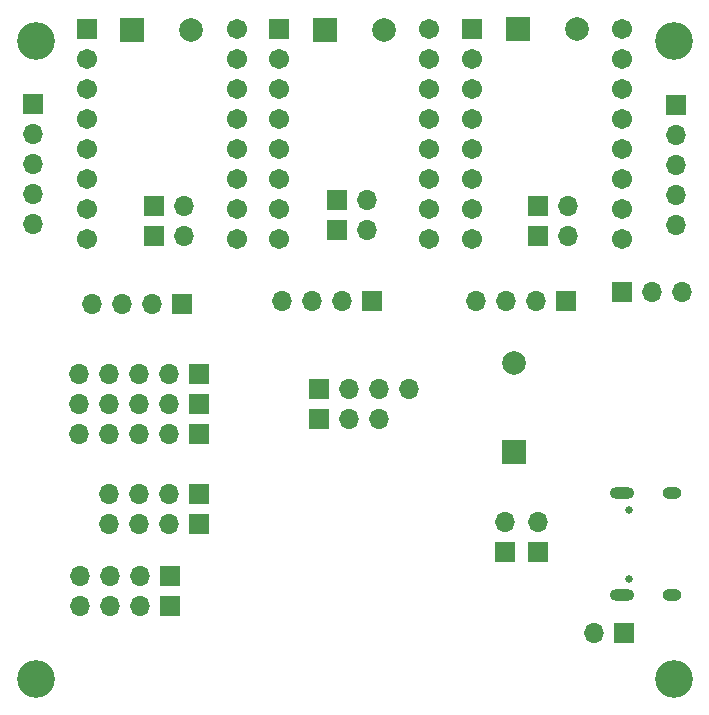
<source format=gbr>
%TF.GenerationSoftware,KiCad,Pcbnew,8.0.3*%
%TF.CreationDate,2024-09-17T15:24:25+02:00*%
%TF.ProjectId,PCB,5043422e-6b69-4636-9164-5f7063625858,rev?*%
%TF.SameCoordinates,Original*%
%TF.FileFunction,Soldermask,Bot*%
%TF.FilePolarity,Negative*%
%FSLAX46Y46*%
G04 Gerber Fmt 4.6, Leading zero omitted, Abs format (unit mm)*
G04 Created by KiCad (PCBNEW 8.0.3) date 2024-09-17 15:24:25*
%MOMM*%
%LPD*%
G01*
G04 APERTURE LIST*
G04 Aperture macros list*
%AMRoundRect*
0 Rectangle with rounded corners*
0 $1 Rounding radius*
0 $2 $3 $4 $5 $6 $7 $8 $9 X,Y pos of 4 corners*
0 Add a 4 corners polygon primitive as box body*
4,1,4,$2,$3,$4,$5,$6,$7,$8,$9,$2,$3,0*
0 Add four circle primitives for the rounded corners*
1,1,$1+$1,$2,$3*
1,1,$1+$1,$4,$5*
1,1,$1+$1,$6,$7*
1,1,$1+$1,$8,$9*
0 Add four rect primitives between the rounded corners*
20,1,$1+$1,$2,$3,$4,$5,0*
20,1,$1+$1,$4,$5,$6,$7,0*
20,1,$1+$1,$6,$7,$8,$9,0*
20,1,$1+$1,$8,$9,$2,$3,0*%
G04 Aperture macros list end*
%ADD10R,2.000000X2.000000*%
%ADD11C,2.000000*%
%ADD12R,1.700000X1.700000*%
%ADD13O,1.700000X1.700000*%
%ADD14RoundRect,0.102000X-0.754000X-0.754000X0.754000X-0.754000X0.754000X0.754000X-0.754000X0.754000X0*%
%ADD15C,1.712000*%
%ADD16C,3.200000*%
%ADD17C,0.650000*%
%ADD18O,2.100000X1.000000*%
%ADD19O,1.600000X1.000000*%
G04 APERTURE END LIST*
D10*
%TO.C,BZ1*%
X153710000Y-110780000D03*
D11*
X153710000Y-103180000D03*
%TD*%
D12*
%TO.C,UART1*%
X124600000Y-121260000D03*
D13*
X122060000Y-121260000D03*
X119520000Y-121260000D03*
X116980000Y-121260000D03*
%TD*%
D12*
%TO.C,JP1*%
X123225000Y-92500000D03*
D13*
X125765000Y-92500000D03*
%TD*%
D12*
%TO.C,J3*%
X158080000Y-97980000D03*
D13*
X155540000Y-97980000D03*
X153000000Y-97980000D03*
X150460000Y-97980000D03*
%TD*%
D12*
%TO.C,J4*%
X137160000Y-105410000D03*
D13*
X139700000Y-105410000D03*
X142240000Y-105410000D03*
X144780000Y-105410000D03*
%TD*%
D12*
%TO.C,JP5*%
X155725000Y-92500000D03*
D13*
X158265000Y-92500000D03*
%TD*%
D14*
%TO.C,U5*%
X150160000Y-74900000D03*
D15*
X150160000Y-77440000D03*
X150160000Y-79980000D03*
X150160000Y-82520000D03*
X150160000Y-85060000D03*
X150160000Y-87600000D03*
X150160000Y-90140000D03*
X150160000Y-92680000D03*
X162860000Y-74900000D03*
X162860000Y-77440000D03*
X162860000Y-79980000D03*
X162860000Y-82520000D03*
X162860000Y-85060000D03*
X162860000Y-87600000D03*
X162860000Y-90140000D03*
X162860000Y-92680000D03*
%TD*%
D10*
%TO.C,C6*%
X137732323Y-75000000D03*
D11*
X142732323Y-75000000D03*
%TD*%
D12*
%TO.C,J6*%
X162985000Y-126080000D03*
D13*
X160445000Y-126080000D03*
%TD*%
D12*
%TO.C,TOF2*%
X127000000Y-106680000D03*
D13*
X124460000Y-106680000D03*
X121920000Y-106680000D03*
X119380000Y-106680000D03*
X116840000Y-106680000D03*
%TD*%
D12*
%TO.C,JP3*%
X138725000Y-92000000D03*
D13*
X141265000Y-92000000D03*
%TD*%
D12*
%TO.C,J12*%
X162860000Y-97200000D03*
D13*
X165400000Y-97200000D03*
X167940000Y-97200000D03*
%TD*%
D10*
%TO.C,C3*%
X121382323Y-75000000D03*
D11*
X126382323Y-75000000D03*
%TD*%
D12*
%TO.C,J8*%
X125580000Y-98230000D03*
D13*
X123040000Y-98230000D03*
X120500000Y-98230000D03*
X117960000Y-98230000D03*
%TD*%
D12*
%TO.C,J10*%
X167400000Y-81400000D03*
D13*
X167400000Y-83940000D03*
X167400000Y-86480000D03*
X167400000Y-89020000D03*
X167400000Y-91560000D03*
%TD*%
D12*
%TO.C,TOF1*%
X127000000Y-104140000D03*
D13*
X124460000Y-104140000D03*
X121920000Y-104140000D03*
X119380000Y-104140000D03*
X116840000Y-104140000D03*
%TD*%
D16*
%TO.C,H4*%
X167210000Y-129980000D03*
%TD*%
D12*
%TO.C,J11*%
X113000000Y-81280000D03*
D13*
X113000000Y-83820000D03*
X113000000Y-86360000D03*
X113000000Y-88900000D03*
X113000000Y-91440000D03*
%TD*%
D12*
%TO.C,TOF3*%
X127000000Y-109220000D03*
D13*
X124460000Y-109220000D03*
X121920000Y-109220000D03*
X119380000Y-109220000D03*
X116840000Y-109220000D03*
%TD*%
D16*
%TO.C,H2*%
X167210000Y-75980000D03*
%TD*%
D12*
%TO.C,SCREEN*%
X127000000Y-114300000D03*
D13*
X124460000Y-114300000D03*
X121920000Y-114300000D03*
X119380000Y-114300000D03*
%TD*%
D14*
%TO.C,U2*%
X133835000Y-74900000D03*
D15*
X133835000Y-77440000D03*
X133835000Y-79980000D03*
X133835000Y-82520000D03*
X133835000Y-85060000D03*
X133835000Y-87600000D03*
X133835000Y-90140000D03*
X133835000Y-92680000D03*
X146535000Y-74900000D03*
X146535000Y-77440000D03*
X146535000Y-79980000D03*
X146535000Y-82520000D03*
X146535000Y-85060000D03*
X146535000Y-87600000D03*
X146535000Y-90140000D03*
X146535000Y-92680000D03*
%TD*%
D12*
%TO.C,JP4*%
X138725000Y-89460000D03*
D13*
X141265000Y-89460000D03*
%TD*%
D16*
%TO.C,H3*%
X113210000Y-129980000D03*
%TD*%
D17*
%TO.C,J1*%
X163410000Y-121470000D03*
X163410000Y-115690000D03*
D18*
X162880000Y-122900000D03*
D19*
X167060000Y-122900000D03*
D18*
X162880000Y-114260000D03*
D19*
X167060000Y-114260000D03*
%TD*%
D10*
%TO.C,C8*%
X154032323Y-74900000D03*
D11*
X159032323Y-74900000D03*
%TD*%
D12*
%TO.C,UART0*%
X124600000Y-123800000D03*
D13*
X122060000Y-123800000D03*
X119520000Y-123800000D03*
X116980000Y-123800000D03*
%TD*%
D12*
%TO.C,J9*%
X137160000Y-107950000D03*
D13*
X139700000Y-107950000D03*
X142240000Y-107950000D03*
%TD*%
D12*
%TO.C,JP6*%
X155725000Y-89960000D03*
D13*
X158265000Y-89960000D03*
%TD*%
D12*
%TO.C,ADD*%
X127000000Y-116840000D03*
D13*
X124460000Y-116840000D03*
X121920000Y-116840000D03*
X119380000Y-116840000D03*
%TD*%
D12*
%TO.C,JP2*%
X123225000Y-89960000D03*
D13*
X125765000Y-89960000D03*
%TD*%
D14*
%TO.C,U1*%
X117510000Y-74900000D03*
D15*
X117510000Y-77440000D03*
X117510000Y-79980000D03*
X117510000Y-82520000D03*
X117510000Y-85060000D03*
X117510000Y-87600000D03*
X117510000Y-90140000D03*
X117510000Y-92680000D03*
X130210000Y-74900000D03*
X130210000Y-77440000D03*
X130210000Y-79980000D03*
X130210000Y-82520000D03*
X130210000Y-85060000D03*
X130210000Y-87600000D03*
X130210000Y-90140000D03*
X130210000Y-92680000D03*
%TD*%
D12*
%TO.C,J2*%
X141710000Y-97980000D03*
D13*
X139170000Y-97980000D03*
X136630000Y-97980000D03*
X134090000Y-97980000D03*
%TD*%
D16*
%TO.C,H1*%
X113210000Y-75980000D03*
%TD*%
D12*
%TO.C,J5*%
X152940000Y-119255000D03*
D13*
X152940000Y-116715000D03*
%TD*%
D12*
%TO.C,J7*%
X155710000Y-119255000D03*
D13*
X155710000Y-116715000D03*
%TD*%
M02*

</source>
